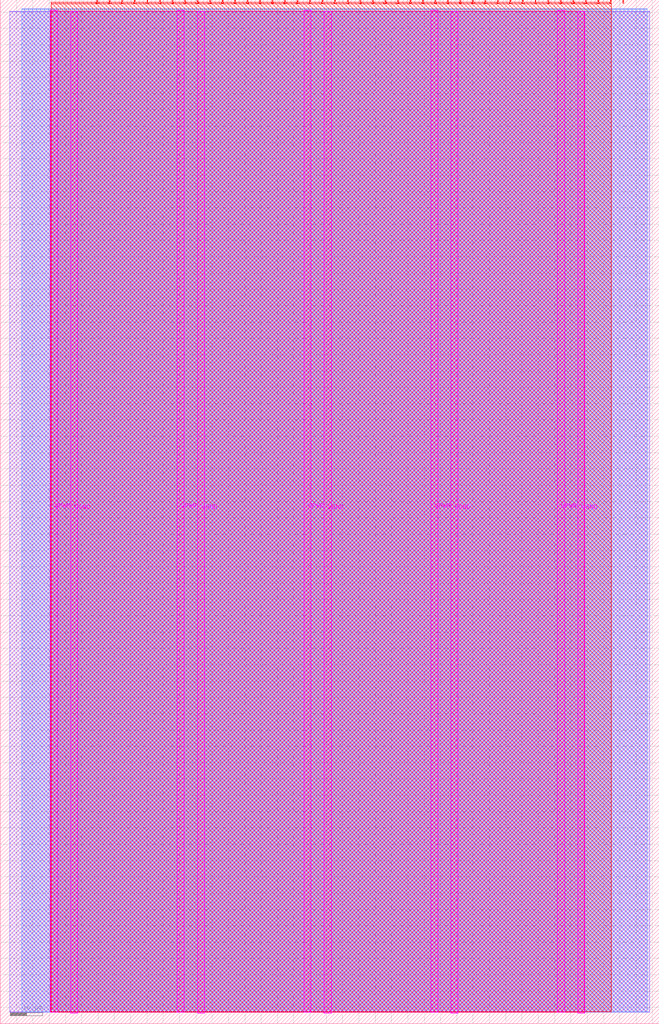
<source format=lef>
VERSION 5.7 ;
  NOWIREEXTENSIONATPIN ON ;
  DIVIDERCHAR "/" ;
  BUSBITCHARS "[]" ;
MACRO tt_um_flummer_ltc
  CLASS BLOCK ;
  FOREIGN tt_um_flummer_ltc ;
  ORIGIN 0.000 0.000 ;
  SIZE 202.080 BY 313.740 ;
  PIN VGND
    DIRECTION INOUT ;
    USE GROUND ;
    PORT
      LAYER TopMetal1 ;
        RECT 21.580 3.150 23.780 310.180 ;
    END
    PORT
      LAYER TopMetal1 ;
        RECT 60.450 3.150 62.650 310.180 ;
    END
    PORT
      LAYER TopMetal1 ;
        RECT 99.320 3.150 101.520 310.180 ;
    END
    PORT
      LAYER TopMetal1 ;
        RECT 138.190 3.150 140.390 310.180 ;
    END
    PORT
      LAYER TopMetal1 ;
        RECT 177.060 3.150 179.260 310.180 ;
    END
  END VGND
  PIN VPWR
    DIRECTION INOUT ;
    USE POWER ;
    PORT
      LAYER TopMetal1 ;
        RECT 15.380 3.560 17.580 310.590 ;
    END
    PORT
      LAYER TopMetal1 ;
        RECT 54.250 3.560 56.450 310.590 ;
    END
    PORT
      LAYER TopMetal1 ;
        RECT 93.120 3.560 95.320 310.590 ;
    END
    PORT
      LAYER TopMetal1 ;
        RECT 131.990 3.560 134.190 310.590 ;
    END
    PORT
      LAYER TopMetal1 ;
        RECT 170.860 3.560 173.060 310.590 ;
    END
  END VPWR
  PIN clk
    DIRECTION INPUT ;
    USE SIGNAL ;
    ANTENNAGATEAREA 0.725400 ;
    PORT
      LAYER Metal4 ;
        RECT 187.050 312.740 187.350 313.740 ;
    END
  END clk
  PIN ena
    DIRECTION INPUT ;
    USE SIGNAL ;
    PORT
      LAYER Metal4 ;
        RECT 190.890 312.740 191.190 313.740 ;
    END
  END ena
  PIN rst_n
    DIRECTION INPUT ;
    USE SIGNAL ;
    ANTENNAGATEAREA 0.906100 ;
    PORT
      LAYER Metal4 ;
        RECT 183.210 312.740 183.510 313.740 ;
    END
  END rst_n
  PIN ui_in[0]
    DIRECTION INPUT ;
    USE SIGNAL ;
    ANTENNAGATEAREA 0.180700 ;
    PORT
      LAYER Metal4 ;
        RECT 179.370 312.740 179.670 313.740 ;
    END
  END ui_in[0]
  PIN ui_in[1]
    DIRECTION INPUT ;
    USE SIGNAL ;
    ANTENNAGATEAREA 0.180700 ;
    PORT
      LAYER Metal4 ;
        RECT 175.530 312.740 175.830 313.740 ;
    END
  END ui_in[1]
  PIN ui_in[2]
    DIRECTION INPUT ;
    USE SIGNAL ;
    ANTENNAGATEAREA 0.180700 ;
    PORT
      LAYER Metal4 ;
        RECT 171.690 312.740 171.990 313.740 ;
    END
  END ui_in[2]
  PIN ui_in[3]
    DIRECTION INPUT ;
    USE SIGNAL ;
    ANTENNAGATEAREA 0.213200 ;
    PORT
      LAYER Metal4 ;
        RECT 167.850 312.740 168.150 313.740 ;
    END
  END ui_in[3]
  PIN ui_in[4]
    DIRECTION INPUT ;
    USE SIGNAL ;
    ANTENNAGATEAREA 0.180700 ;
    PORT
      LAYER Metal4 ;
        RECT 164.010 312.740 164.310 313.740 ;
    END
  END ui_in[4]
  PIN ui_in[5]
    DIRECTION INPUT ;
    USE SIGNAL ;
    ANTENNAGATEAREA 0.180700 ;
    PORT
      LAYER Metal4 ;
        RECT 160.170 312.740 160.470 313.740 ;
    END
  END ui_in[5]
  PIN ui_in[6]
    DIRECTION INPUT ;
    USE SIGNAL ;
    ANTENNAGATEAREA 0.180700 ;
    PORT
      LAYER Metal4 ;
        RECT 156.330 312.740 156.630 313.740 ;
    END
  END ui_in[6]
  PIN ui_in[7]
    DIRECTION INPUT ;
    USE SIGNAL ;
    ANTENNAGATEAREA 0.180700 ;
    PORT
      LAYER Metal4 ;
        RECT 152.490 312.740 152.790 313.740 ;
    END
  END ui_in[7]
  PIN uio_in[0]
    DIRECTION INPUT ;
    USE SIGNAL ;
    ANTENNAGATEAREA 0.180700 ;
    PORT
      LAYER Metal4 ;
        RECT 148.650 312.740 148.950 313.740 ;
    END
  END uio_in[0]
  PIN uio_in[1]
    DIRECTION INPUT ;
    USE SIGNAL ;
    ANTENNAGATEAREA 0.180700 ;
    PORT
      LAYER Metal4 ;
        RECT 144.810 312.740 145.110 313.740 ;
    END
  END uio_in[1]
  PIN uio_in[2]
    DIRECTION INPUT ;
    USE SIGNAL ;
    ANTENNAGATEAREA 0.180700 ;
    PORT
      LAYER Metal4 ;
        RECT 140.970 312.740 141.270 313.740 ;
    END
  END uio_in[2]
  PIN uio_in[3]
    DIRECTION INPUT ;
    USE SIGNAL ;
    ANTENNAGATEAREA 0.180700 ;
    PORT
      LAYER Metal4 ;
        RECT 137.130 312.740 137.430 313.740 ;
    END
  END uio_in[3]
  PIN uio_in[4]
    DIRECTION INPUT ;
    USE SIGNAL ;
    ANTENNAGATEAREA 0.180700 ;
    PORT
      LAYER Metal4 ;
        RECT 133.290 312.740 133.590 313.740 ;
    END
  END uio_in[4]
  PIN uio_in[5]
    DIRECTION INPUT ;
    USE SIGNAL ;
    ANTENNAGATEAREA 0.180700 ;
    PORT
      LAYER Metal4 ;
        RECT 129.450 312.740 129.750 313.740 ;
    END
  END uio_in[5]
  PIN uio_in[6]
    DIRECTION INPUT ;
    USE SIGNAL ;
    ANTENNAGATEAREA 0.180700 ;
    PORT
      LAYER Metal4 ;
        RECT 125.610 312.740 125.910 313.740 ;
    END
  END uio_in[6]
  PIN uio_in[7]
    DIRECTION INPUT ;
    USE SIGNAL ;
    PORT
      LAYER Metal4 ;
        RECT 121.770 312.740 122.070 313.740 ;
    END
  END uio_in[7]
  PIN uio_oe[0]
    DIRECTION OUTPUT ;
    USE SIGNAL ;
    ANTENNADIFFAREA 0.299200 ;
    PORT
      LAYER Metal4 ;
        RECT 56.490 312.740 56.790 313.740 ;
    END
  END uio_oe[0]
  PIN uio_oe[1]
    DIRECTION OUTPUT ;
    USE SIGNAL ;
    ANTENNADIFFAREA 0.299200 ;
    PORT
      LAYER Metal4 ;
        RECT 52.650 312.740 52.950 313.740 ;
    END
  END uio_oe[1]
  PIN uio_oe[2]
    DIRECTION OUTPUT ;
    USE SIGNAL ;
    ANTENNADIFFAREA 0.299200 ;
    PORT
      LAYER Metal4 ;
        RECT 48.810 312.740 49.110 313.740 ;
    END
  END uio_oe[2]
  PIN uio_oe[3]
    DIRECTION OUTPUT ;
    USE SIGNAL ;
    ANTENNADIFFAREA 0.299200 ;
    PORT
      LAYER Metal4 ;
        RECT 44.970 312.740 45.270 313.740 ;
    END
  END uio_oe[3]
  PIN uio_oe[4]
    DIRECTION OUTPUT ;
    USE SIGNAL ;
    ANTENNADIFFAREA 0.299200 ;
    PORT
      LAYER Metal4 ;
        RECT 41.130 312.740 41.430 313.740 ;
    END
  END uio_oe[4]
  PIN uio_oe[5]
    DIRECTION OUTPUT ;
    USE SIGNAL ;
    ANTENNADIFFAREA 0.299200 ;
    PORT
      LAYER Metal4 ;
        RECT 37.290 312.740 37.590 313.740 ;
    END
  END uio_oe[5]
  PIN uio_oe[6]
    DIRECTION OUTPUT ;
    USE SIGNAL ;
    ANTENNADIFFAREA 0.299200 ;
    PORT
      LAYER Metal4 ;
        RECT 33.450 312.740 33.750 313.740 ;
    END
  END uio_oe[6]
  PIN uio_oe[7]
    DIRECTION OUTPUT ;
    USE SIGNAL ;
    ANTENNADIFFAREA 0.392700 ;
    PORT
      LAYER Metal4 ;
        RECT 29.610 312.740 29.910 313.740 ;
    END
  END uio_oe[7]
  PIN uio_out[0]
    DIRECTION OUTPUT ;
    USE SIGNAL ;
    ANTENNADIFFAREA 0.299200 ;
    PORT
      LAYER Metal4 ;
        RECT 87.210 312.740 87.510 313.740 ;
    END
  END uio_out[0]
  PIN uio_out[1]
    DIRECTION OUTPUT ;
    USE SIGNAL ;
    ANTENNADIFFAREA 0.299200 ;
    PORT
      LAYER Metal4 ;
        RECT 83.370 312.740 83.670 313.740 ;
    END
  END uio_out[1]
  PIN uio_out[2]
    DIRECTION OUTPUT ;
    USE SIGNAL ;
    ANTENNADIFFAREA 0.299200 ;
    PORT
      LAYER Metal4 ;
        RECT 79.530 312.740 79.830 313.740 ;
    END
  END uio_out[2]
  PIN uio_out[3]
    DIRECTION OUTPUT ;
    USE SIGNAL ;
    ANTENNADIFFAREA 0.299200 ;
    PORT
      LAYER Metal4 ;
        RECT 75.690 312.740 75.990 313.740 ;
    END
  END uio_out[3]
  PIN uio_out[4]
    DIRECTION OUTPUT ;
    USE SIGNAL ;
    ANTENNADIFFAREA 0.299200 ;
    PORT
      LAYER Metal4 ;
        RECT 71.850 312.740 72.150 313.740 ;
    END
  END uio_out[4]
  PIN uio_out[5]
    DIRECTION OUTPUT ;
    USE SIGNAL ;
    ANTENNADIFFAREA 0.299200 ;
    PORT
      LAYER Metal4 ;
        RECT 68.010 312.740 68.310 313.740 ;
    END
  END uio_out[5]
  PIN uio_out[6]
    DIRECTION OUTPUT ;
    USE SIGNAL ;
    ANTENNADIFFAREA 0.299200 ;
    PORT
      LAYER Metal4 ;
        RECT 64.170 312.740 64.470 313.740 ;
    END
  END uio_out[6]
  PIN uio_out[7]
    DIRECTION OUTPUT ;
    USE SIGNAL ;
    ANTENNADIFFAREA 0.706800 ;
    PORT
      LAYER Metal4 ;
        RECT 60.330 312.740 60.630 313.740 ;
    END
  END uio_out[7]
  PIN uo_out[0]
    DIRECTION OUTPUT ;
    USE SIGNAL ;
    ANTENNADIFFAREA 0.662000 ;
    PORT
      LAYER Metal4 ;
        RECT 117.930 312.740 118.230 313.740 ;
    END
  END uo_out[0]
  PIN uo_out[1]
    DIRECTION OUTPUT ;
    USE SIGNAL ;
    ANTENNADIFFAREA 0.708600 ;
    PORT
      LAYER Metal4 ;
        RECT 114.090 312.740 114.390 313.740 ;
    END
  END uo_out[1]
  PIN uo_out[2]
    DIRECTION OUTPUT ;
    USE SIGNAL ;
    ANTENNADIFFAREA 0.708600 ;
    PORT
      LAYER Metal4 ;
        RECT 110.250 312.740 110.550 313.740 ;
    END
  END uo_out[2]
  PIN uo_out[3]
    DIRECTION OUTPUT ;
    USE SIGNAL ;
    ANTENNADIFFAREA 0.708600 ;
    PORT
      LAYER Metal4 ;
        RECT 106.410 312.740 106.710 313.740 ;
    END
  END uo_out[3]
  PIN uo_out[4]
    DIRECTION OUTPUT ;
    USE SIGNAL ;
    ANTENNADIFFAREA 0.708600 ;
    PORT
      LAYER Metal4 ;
        RECT 102.570 312.740 102.870 313.740 ;
    END
  END uo_out[4]
  PIN uo_out[5]
    DIRECTION OUTPUT ;
    USE SIGNAL ;
    ANTENNADIFFAREA 0.708600 ;
    PORT
      LAYER Metal4 ;
        RECT 98.730 312.740 99.030 313.740 ;
    END
  END uo_out[5]
  PIN uo_out[6]
    DIRECTION OUTPUT ;
    USE SIGNAL ;
    ANTENNADIFFAREA 0.708600 ;
    PORT
      LAYER Metal4 ;
        RECT 94.890 312.740 95.190 313.740 ;
    END
  END uo_out[6]
  PIN uo_out[7]
    DIRECTION OUTPUT ;
    USE SIGNAL ;
    ANTENNADIFFAREA 0.708600 ;
    PORT
      LAYER Metal4 ;
        RECT 91.050 312.740 91.350 313.740 ;
    END
  END uo_out[7]
  OBS
      LAYER GatPoly ;
        RECT 2.880 3.630 199.200 310.110 ;
      LAYER Metal1 ;
        RECT 2.880 3.560 199.200 310.180 ;
      LAYER Metal2 ;
        RECT 6.615 3.635 198.345 310.945 ;
      LAYER Metal3 ;
        RECT 6.575 3.680 198.385 310.905 ;
      LAYER Metal4 ;
        RECT 15.560 312.530 29.400 313.000 ;
        RECT 30.120 312.530 33.240 313.000 ;
        RECT 33.960 312.530 37.080 313.000 ;
        RECT 37.800 312.530 40.920 313.000 ;
        RECT 41.640 312.530 44.760 313.000 ;
        RECT 45.480 312.530 48.600 313.000 ;
        RECT 49.320 312.530 52.440 313.000 ;
        RECT 53.160 312.530 56.280 313.000 ;
        RECT 57.000 312.530 60.120 313.000 ;
        RECT 60.840 312.530 63.960 313.000 ;
        RECT 64.680 312.530 67.800 313.000 ;
        RECT 68.520 312.530 71.640 313.000 ;
        RECT 72.360 312.530 75.480 313.000 ;
        RECT 76.200 312.530 79.320 313.000 ;
        RECT 80.040 312.530 83.160 313.000 ;
        RECT 83.880 312.530 87.000 313.000 ;
        RECT 87.720 312.530 90.840 313.000 ;
        RECT 91.560 312.530 94.680 313.000 ;
        RECT 95.400 312.530 98.520 313.000 ;
        RECT 99.240 312.530 102.360 313.000 ;
        RECT 103.080 312.530 106.200 313.000 ;
        RECT 106.920 312.530 110.040 313.000 ;
        RECT 110.760 312.530 113.880 313.000 ;
        RECT 114.600 312.530 117.720 313.000 ;
        RECT 118.440 312.530 121.560 313.000 ;
        RECT 122.280 312.530 125.400 313.000 ;
        RECT 126.120 312.530 129.240 313.000 ;
        RECT 129.960 312.530 133.080 313.000 ;
        RECT 133.800 312.530 136.920 313.000 ;
        RECT 137.640 312.530 140.760 313.000 ;
        RECT 141.480 312.530 144.600 313.000 ;
        RECT 145.320 312.530 148.440 313.000 ;
        RECT 149.160 312.530 152.280 313.000 ;
        RECT 153.000 312.530 156.120 313.000 ;
        RECT 156.840 312.530 159.960 313.000 ;
        RECT 160.680 312.530 163.800 313.000 ;
        RECT 164.520 312.530 167.640 313.000 ;
        RECT 168.360 312.530 171.480 313.000 ;
        RECT 172.200 312.530 175.320 313.000 ;
        RECT 176.040 312.530 179.160 313.000 ;
        RECT 179.880 312.530 183.000 313.000 ;
        RECT 183.720 312.530 186.840 313.000 ;
        RECT 15.560 3.635 187.300 312.530 ;
      LAYER Metal5 ;
        RECT 15.515 3.470 179.125 310.270 ;
  END
END tt_um_flummer_ltc
END LIBRARY


</source>
